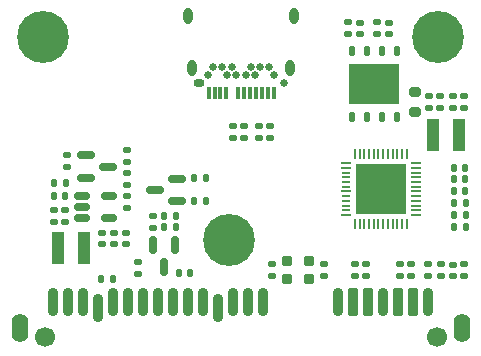
<source format=gbr>
%TF.GenerationSoftware,KiCad,Pcbnew,(6.0.0)*%
%TF.CreationDate,2022-03-03T17:00:34+08:00*%
%TF.ProjectId,USB3G2_SATA3_Bridge(JMS580),55534233-4732-45f5-9341-5441335f4272,rev?*%
%TF.SameCoordinates,Original*%
%TF.FileFunction,Soldermask,Top*%
%TF.FilePolarity,Negative*%
%FSLAX46Y46*%
G04 Gerber Fmt 4.6, Leading zero omitted, Abs format (unit mm)*
G04 Created by KiCad (PCBNEW (6.0.0)) date 2022-03-03 17:00:34*
%MOMM*%
%LPD*%
G01*
G04 APERTURE LIST*
G04 Aperture macros list*
%AMRoundRect*
0 Rectangle with rounded corners*
0 $1 Rounding radius*
0 $2 $3 $4 $5 $6 $7 $8 $9 X,Y pos of 4 corners*
0 Add a 4 corners polygon primitive as box body*
4,1,4,$2,$3,$4,$5,$6,$7,$8,$9,$2,$3,0*
0 Add four circle primitives for the rounded corners*
1,1,$1+$1,$2,$3*
1,1,$1+$1,$4,$5*
1,1,$1+$1,$6,$7*
1,1,$1+$1,$8,$9*
0 Add four rect primitives between the rounded corners*
20,1,$1+$1,$2,$3,$4,$5,0*
20,1,$1+$1,$4,$5,$6,$7,0*
20,1,$1+$1,$6,$7,$8,$9,0*
20,1,$1+$1,$8,$9,$2,$3,0*%
G04 Aperture macros list end*
%ADD10RoundRect,0.140000X0.170000X-0.140000X0.170000X0.140000X-0.170000X0.140000X-0.170000X-0.140000X0*%
%ADD11R,1.000000X2.700000*%
%ADD12RoundRect,0.200000X-0.250000X0.200000X-0.250000X-0.200000X0.250000X-0.200000X0.250000X0.200000X0*%
%ADD13RoundRect,0.135000X-0.185000X0.135000X-0.185000X-0.135000X0.185000X-0.135000X0.185000X0.135000X0*%
%ADD14RoundRect,0.125000X0.125000X-0.325000X0.125000X0.325000X-0.125000X0.325000X-0.125000X-0.325000X0*%
%ADD15R,4.300000X3.400000*%
%ADD16RoundRect,0.135000X0.135000X0.185000X-0.135000X0.185000X-0.135000X-0.185000X0.135000X-0.185000X0*%
%ADD17RoundRect,0.140000X-0.140000X-0.170000X0.140000X-0.170000X0.140000X0.170000X-0.140000X0.170000X0*%
%ADD18RoundRect,0.200000X0.275000X-0.200000X0.275000X0.200000X-0.275000X0.200000X-0.275000X-0.200000X0*%
%ADD19C,0.650000*%
%ADD20O,0.950000X0.650000*%
%ADD21R,0.300000X1.025880*%
%ADD22O,0.800000X1.400000*%
%ADD23RoundRect,0.140000X-0.170000X0.140000X-0.170000X-0.140000X0.170000X-0.140000X0.170000X0.140000X0*%
%ADD24RoundRect,0.135000X-0.135000X-0.185000X0.135000X-0.185000X0.135000X0.185000X-0.135000X0.185000X0*%
%ADD25RoundRect,0.135000X0.185000X-0.135000X0.185000X0.135000X-0.185000X0.135000X-0.185000X-0.135000X0*%
%ADD26RoundRect,0.150000X0.587500X0.150000X-0.587500X0.150000X-0.587500X-0.150000X0.587500X-0.150000X0*%
%ADD27RoundRect,0.150000X-0.587500X-0.150000X0.587500X-0.150000X0.587500X0.150000X-0.587500X0.150000X0*%
%ADD28C,0.700000*%
%ADD29C,4.400000*%
%ADD30RoundRect,0.150000X-0.512500X-0.150000X0.512500X-0.150000X0.512500X0.150000X-0.512500X0.150000X0*%
%ADD31RoundRect,0.140000X0.140000X0.170000X-0.140000X0.170000X-0.140000X-0.170000X0.140000X-0.170000X0*%
%ADD32RoundRect,0.050000X-0.050000X0.350000X-0.050000X-0.350000X0.050000X-0.350000X0.050000X0.350000X0*%
%ADD33RoundRect,0.050000X-0.350000X0.050000X-0.350000X-0.050000X0.350000X-0.050000X0.350000X0.050000X0*%
%ADD34R,0.800000X0.200000*%
%ADD35R,4.300000X4.300000*%
%ADD36RoundRect,0.147500X-0.172500X0.147500X-0.172500X-0.147500X0.172500X-0.147500X0.172500X0.147500X0*%
%ADD37RoundRect,0.150000X-0.150000X0.587500X-0.150000X-0.587500X0.150000X-0.587500X0.150000X0.587500X0*%
%ADD38C,1.700000*%
%ADD39O,1.400000X2.400000*%
%ADD40O,0.900000X2.400000*%
%ADD41RoundRect,0.225000X-0.225000X-0.975000X0.225000X-0.975000X0.225000X0.975000X-0.225000X0.975000X0*%
G04 APERTURE END LIST*
D10*
%TO.C,C14*%
X132684999Y-74700000D03*
X132684999Y-73740000D03*
%TD*%
D11*
%TO.C,L1*%
X151784999Y-74510000D03*
X149584999Y-74510000D03*
%TD*%
D12*
%TO.C,Y1*%
X139089999Y-85175000D03*
X137239999Y-85175000D03*
X137239999Y-86625000D03*
X139089999Y-86625000D03*
%TD*%
D13*
%TO.C,R10*%
X124620000Y-85200000D03*
X124620000Y-86220000D03*
%TD*%
D14*
%TO.C,U1*%
X142715000Y-72920000D03*
X143985000Y-72920000D03*
X145255000Y-72920000D03*
X146525000Y-72920000D03*
X146525000Y-67320000D03*
X145255000Y-67320000D03*
X143985000Y-67320000D03*
X142715000Y-67320000D03*
D15*
X144620000Y-70120000D03*
%TD*%
D10*
%TO.C,C34*%
X122600000Y-83720000D03*
X122600000Y-82760000D03*
%TD*%
D16*
%TO.C,R2*%
X122480000Y-86620000D03*
X121460000Y-86620000D03*
%TD*%
D11*
%TO.C,L2*%
X117810000Y-84070000D03*
X120010000Y-84070000D03*
%TD*%
D13*
%TO.C,R17*%
X118620000Y-76200000D03*
X118620000Y-77220000D03*
%TD*%
D17*
%TO.C,C24*%
X126840000Y-82280000D03*
X127800000Y-82280000D03*
%TD*%
D13*
%TO.C,R19*%
X123660000Y-77680000D03*
X123660000Y-78700000D03*
%TD*%
%TO.C,R3*%
X149184999Y-85410000D03*
X149184999Y-86430000D03*
%TD*%
D18*
%TO.C,R1*%
X148060000Y-72495000D03*
X148060000Y-70845000D03*
%TD*%
D19*
%TO.C,J2*%
X136934999Y-70045000D03*
D20*
X129734999Y-70045000D03*
D21*
X136084999Y-70885000D03*
X135584999Y-70885000D03*
X135084999Y-70885000D03*
X134584999Y-70885000D03*
X134084999Y-70885000D03*
X133584999Y-70885000D03*
X133084999Y-70885000D03*
X132084999Y-70885000D03*
X131584999Y-70885000D03*
X131084999Y-70885000D03*
X130584999Y-70885000D03*
D19*
X130534999Y-69395000D03*
X130934999Y-68695000D03*
X131734999Y-68695000D03*
X132134999Y-69395000D03*
X132534999Y-68695000D03*
X132934999Y-69395000D03*
X133734999Y-69395000D03*
X134134999Y-68695000D03*
X134534999Y-69395000D03*
X134934999Y-68695000D03*
X135734999Y-68695000D03*
X136134999Y-69395000D03*
D22*
X128844999Y-64405000D03*
X129204999Y-68795000D03*
X137824999Y-64405000D03*
X137464999Y-68795000D03*
%TD*%
D10*
%TO.C,C11*%
X134874999Y-74700000D03*
X134874999Y-73740000D03*
%TD*%
D23*
%TO.C,C6*%
X147734999Y-85420000D03*
X147734999Y-86380000D03*
%TD*%
D10*
%TO.C,C33*%
X121590003Y-83720000D03*
X121590003Y-82760000D03*
%TD*%
D24*
%TO.C,R4*%
X129360000Y-78150000D03*
X130380000Y-78150000D03*
%TD*%
D25*
%TO.C,R7*%
X152234999Y-86430000D03*
X152234999Y-85410000D03*
%TD*%
D26*
%TO.C,Q1*%
X127927500Y-80060000D03*
X127927500Y-78160000D03*
X126052500Y-79110000D03*
%TD*%
D27*
%TO.C,Q3*%
X120192500Y-76200000D03*
X120192500Y-78100000D03*
X122067500Y-77150000D03*
%TD*%
D28*
%TO.C,H2*%
X116600000Y-64500000D03*
X116600000Y-67800000D03*
X118250000Y-66150000D03*
X115433274Y-64983274D03*
X117766726Y-67316726D03*
X117766726Y-64983274D03*
X115433274Y-67316726D03*
X114950000Y-66150000D03*
D29*
X116600000Y-66150000D03*
%TD*%
D17*
%TO.C,C18*%
X151364999Y-79220000D03*
X152324999Y-79220000D03*
%TD*%
D30*
%TO.C,U3*%
X119872500Y-79600000D03*
X119872500Y-80550000D03*
X119872500Y-81500000D03*
X122147500Y-81500000D03*
X122147500Y-79600000D03*
%TD*%
D10*
%TO.C,C3*%
X151240000Y-72160000D03*
X151240000Y-71200000D03*
%TD*%
D13*
%TO.C,R8*%
X125860000Y-81330000D03*
X125860000Y-82350000D03*
%TD*%
D10*
%TO.C,C5*%
X152200000Y-72160000D03*
X152200000Y-71200000D03*
%TD*%
D23*
%TO.C,C9*%
X143004999Y-85420000D03*
X143004999Y-86380000D03*
%TD*%
D25*
%TO.C,R12*%
X144830000Y-65950000D03*
X144830000Y-64930000D03*
%TD*%
D13*
%TO.C,R14*%
X150254998Y-85410000D03*
X150254998Y-86430000D03*
%TD*%
D28*
%TO.C,H3*%
X131133274Y-82163274D03*
X133950000Y-83330000D03*
X133466726Y-84496726D03*
X132300000Y-81680000D03*
X130650000Y-83330000D03*
X131133274Y-84496726D03*
X132300000Y-84980000D03*
X133466726Y-82163274D03*
D29*
X132300000Y-83330000D03*
%TD*%
D23*
%TO.C,C15*%
X149250000Y-71200000D03*
X149250000Y-72160000D03*
%TD*%
D13*
%TO.C,R20*%
X123660000Y-75760000D03*
X123660000Y-76780000D03*
%TD*%
D23*
%TO.C,C31*%
X140374999Y-85420000D03*
X140374999Y-86380000D03*
%TD*%
D10*
%TO.C,C12*%
X135794999Y-74700000D03*
X135794999Y-73740000D03*
%TD*%
%TO.C,C32*%
X135954999Y-86380000D03*
X135954999Y-85420000D03*
%TD*%
D16*
%TO.C,R16*%
X118480000Y-78540000D03*
X117460000Y-78540000D03*
%TD*%
D13*
%TO.C,R11*%
X142360000Y-64930000D03*
X142360000Y-65950000D03*
%TD*%
D23*
%TO.C,C8*%
X143924999Y-85420000D03*
X143924999Y-86380000D03*
%TD*%
%TO.C,C4*%
X150170000Y-71200000D03*
X150170000Y-72160000D03*
%TD*%
D16*
%TO.C,R6*%
X130380000Y-80060000D03*
X129360000Y-80060000D03*
%TD*%
D23*
%TO.C,C30*%
X143400000Y-64960000D03*
X143400000Y-65920000D03*
%TD*%
%TO.C,C7*%
X146814999Y-85420000D03*
X146814999Y-86380000D03*
%TD*%
D31*
%TO.C,C16*%
X152324999Y-77270000D03*
X151364999Y-77270000D03*
%TD*%
D32*
%TO.C,U2*%
X147364999Y-76100000D03*
X146964999Y-76100000D03*
X146564999Y-76100000D03*
X146164999Y-76100000D03*
X145764999Y-76100000D03*
X145364999Y-76100000D03*
X144964999Y-76100000D03*
X144564999Y-76100000D03*
X144164999Y-76100000D03*
X143764999Y-76100000D03*
X143364999Y-76100000D03*
X142964999Y-76100000D03*
D33*
X142214999Y-76850000D03*
X142214999Y-77250000D03*
D34*
X142214999Y-77650000D03*
X142214999Y-78050000D03*
X142214999Y-78450000D03*
X142214999Y-78850000D03*
D33*
X142214999Y-79250000D03*
D34*
X142214999Y-79650000D03*
X142214999Y-80050000D03*
X142214999Y-80450000D03*
X142214999Y-80450000D03*
X142214999Y-80850000D03*
D33*
X142214999Y-81250000D03*
D32*
X142964999Y-82000000D03*
X143364999Y-82000000D03*
X143764999Y-82000000D03*
X144164999Y-82000000D03*
X144564999Y-82000000D03*
X144964999Y-82000000D03*
X145364999Y-82000000D03*
X145764999Y-82000000D03*
X146164999Y-82000000D03*
X146564999Y-82000000D03*
X146964999Y-82000000D03*
X147364999Y-82000000D03*
D33*
X148114999Y-81250000D03*
X148114999Y-80850000D03*
X148114999Y-80450000D03*
X148114999Y-80050000D03*
X148114999Y-79650000D03*
X148114999Y-79250000D03*
X148114999Y-78850000D03*
X148114999Y-78450000D03*
X148114999Y-78050000D03*
X148114999Y-77650000D03*
X148114999Y-77250000D03*
X148114999Y-76850000D03*
D35*
X145164999Y-79050000D03*
%TD*%
D36*
%TO.C,D1*%
X145900000Y-64944952D03*
X145900000Y-65914952D03*
%TD*%
D31*
%TO.C,C17*%
X152324999Y-78220000D03*
X151364999Y-78220000D03*
%TD*%
D10*
%TO.C,C1*%
X123630000Y-83730000D03*
X123630000Y-82770000D03*
%TD*%
D23*
%TO.C,C36*%
X118440000Y-80860000D03*
X118440000Y-81820000D03*
%TD*%
%TO.C,C37*%
X117510000Y-80859999D03*
X117510000Y-81819999D03*
%TD*%
D31*
%TO.C,C35*%
X118450000Y-79600000D03*
X117490000Y-79600000D03*
%TD*%
D10*
%TO.C,C13*%
X133604999Y-74700000D03*
X133604999Y-73740000D03*
%TD*%
D24*
%TO.C,R15*%
X151324999Y-82240000D03*
X152344999Y-82240000D03*
%TD*%
D37*
%TO.C,Q2*%
X127760000Y-83782500D03*
X125860000Y-83782500D03*
X126810000Y-85657500D03*
%TD*%
D28*
%TO.C,H1*%
X150000000Y-67800000D03*
X148833274Y-67316726D03*
X148350000Y-66150000D03*
X148833274Y-64983274D03*
X151650000Y-66150000D03*
X151166726Y-67316726D03*
X151166726Y-64983274D03*
D29*
X150000000Y-66150000D03*
D28*
X150000000Y-64500000D03*
%TD*%
D13*
%TO.C,R18*%
X123660000Y-79600000D03*
X123660000Y-80620000D03*
%TD*%
D24*
%TO.C,R13*%
X151334999Y-81240000D03*
X152354999Y-81240000D03*
%TD*%
%TO.C,R5*%
X151334999Y-80210000D03*
X152354999Y-80210000D03*
%TD*%
D17*
%TO.C,C10*%
X128070000Y-86180000D03*
X129030000Y-86180000D03*
%TD*%
D16*
%TO.C,R9*%
X127820000Y-81360000D03*
X126800000Y-81360000D03*
%TD*%
D38*
%TO.C,J1*%
X116709200Y-91611400D03*
X149899200Y-91611400D03*
D39*
X152014200Y-90851400D03*
X114594200Y-90851400D03*
D40*
X135212536Y-88611400D03*
X133942294Y-88611400D03*
X132672056Y-88611400D03*
X131401818Y-89111400D03*
X130131580Y-88611400D03*
X128861342Y-88611400D03*
X127591104Y-88611400D03*
X126320866Y-88611400D03*
X125050628Y-88611400D03*
X123780390Y-88611400D03*
X122510152Y-88611400D03*
X121239914Y-89111400D03*
X119969676Y-88611400D03*
X118699438Y-88611400D03*
X117429200Y-88611400D03*
X149179200Y-88611400D03*
D41*
X147909200Y-88611400D03*
X146639200Y-88611400D03*
D40*
X145369200Y-88611400D03*
D41*
X144099200Y-88611400D03*
X142829200Y-88611400D03*
D40*
X141559200Y-88611400D03*
%TD*%
D10*
%TO.C,C19*%
X151254998Y-86400000D03*
X151254998Y-85440000D03*
%TD*%
M02*

</source>
